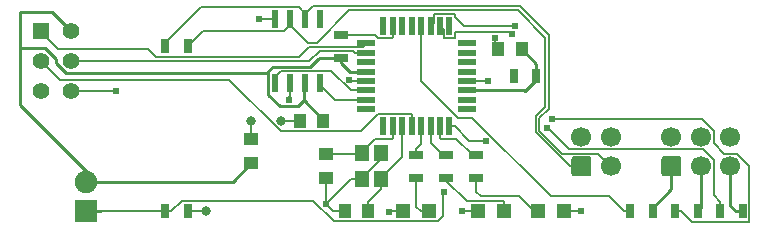
<source format=gtl>
G04 #@! TF.GenerationSoftware,KiCad,Pcbnew,(5.1.4-0-10_14)*
G04 #@! TF.CreationDate,2020-01-14T22:26:38-05:00*
G04 #@! TF.ProjectId,Steering,53746565-7269-46e6-972e-6b696361645f,rev?*
G04 #@! TF.SameCoordinates,Original*
G04 #@! TF.FileFunction,Copper,L1,Top*
G04 #@! TF.FilePolarity,Positive*
%FSLAX46Y46*%
G04 Gerber Fmt 4.6, Leading zero omitted, Abs format (unit mm)*
G04 Created by KiCad (PCBNEW (5.1.4-0-10_14)) date 2020-01-14 22:26:38*
%MOMM*%
%LPD*%
G04 APERTURE LIST*
%ADD10R,1.000000X1.250000*%
%ADD11R,1.250000X1.000000*%
%ADD12R,1.200000X1.200000*%
%ADD13R,1.900000X1.900000*%
%ADD14C,1.900000*%
%ADD15C,0.100000*%
%ADD16C,1.700000*%
%ADD17R,1.400000X1.400000*%
%ADD18C,1.400000*%
%ADD19R,0.700000X1.300000*%
%ADD20R,1.300000X0.700000*%
%ADD21R,0.600000X1.550000*%
%ADD22R,1.600000X0.550000*%
%ADD23R,0.550000X1.600000*%
%ADD24R,1.200000X1.400000*%
%ADD25C,0.800000*%
%ADD26C,0.609600*%
%ADD27C,0.152400*%
%ADD28C,0.254000*%
%ADD29C,0.240000*%
%ADD30C,0.250000*%
G04 APERTURE END LIST*
D10*
X120380000Y-48260000D03*
X118380000Y-48260000D03*
D11*
X114300000Y-49800000D03*
X114300000Y-51800000D03*
D10*
X137194800Y-42164000D03*
X135194800Y-42164000D03*
X124190000Y-55880000D03*
X122190000Y-55880000D03*
D11*
X120650000Y-53070000D03*
X120650000Y-51070000D03*
D12*
X140800000Y-55880000D03*
X138600000Y-55880000D03*
X135720000Y-55880000D03*
X133520000Y-55880000D03*
X129370000Y-55880000D03*
X127170000Y-55880000D03*
D13*
X100330000Y-55880000D03*
D14*
X100330000Y-53380000D03*
D15*
G36*
X142864504Y-51221204D02*
G01*
X142888773Y-51224804D01*
X142912571Y-51230765D01*
X142935671Y-51239030D01*
X142957849Y-51249520D01*
X142978893Y-51262133D01*
X142998598Y-51276747D01*
X143016777Y-51293223D01*
X143033253Y-51311402D01*
X143047867Y-51331107D01*
X143060480Y-51352151D01*
X143070970Y-51374329D01*
X143079235Y-51397429D01*
X143085196Y-51421227D01*
X143088796Y-51445496D01*
X143090000Y-51470000D01*
X143090000Y-52670000D01*
X143088796Y-52694504D01*
X143085196Y-52718773D01*
X143079235Y-52742571D01*
X143070970Y-52765671D01*
X143060480Y-52787849D01*
X143047867Y-52808893D01*
X143033253Y-52828598D01*
X143016777Y-52846777D01*
X142998598Y-52863253D01*
X142978893Y-52877867D01*
X142957849Y-52890480D01*
X142935671Y-52900970D01*
X142912571Y-52909235D01*
X142888773Y-52915196D01*
X142864504Y-52918796D01*
X142840000Y-52920000D01*
X141640000Y-52920000D01*
X141615496Y-52918796D01*
X141591227Y-52915196D01*
X141567429Y-52909235D01*
X141544329Y-52900970D01*
X141522151Y-52890480D01*
X141501107Y-52877867D01*
X141481402Y-52863253D01*
X141463223Y-52846777D01*
X141446747Y-52828598D01*
X141432133Y-52808893D01*
X141419520Y-52787849D01*
X141409030Y-52765671D01*
X141400765Y-52742571D01*
X141394804Y-52718773D01*
X141391204Y-52694504D01*
X141390000Y-52670000D01*
X141390000Y-51470000D01*
X141391204Y-51445496D01*
X141394804Y-51421227D01*
X141400765Y-51397429D01*
X141409030Y-51374329D01*
X141419520Y-51352151D01*
X141432133Y-51331107D01*
X141446747Y-51311402D01*
X141463223Y-51293223D01*
X141481402Y-51276747D01*
X141501107Y-51262133D01*
X141522151Y-51249520D01*
X141544329Y-51239030D01*
X141567429Y-51230765D01*
X141591227Y-51224804D01*
X141615496Y-51221204D01*
X141640000Y-51220000D01*
X142840000Y-51220000D01*
X142864504Y-51221204D01*
X142864504Y-51221204D01*
G37*
D16*
X142240000Y-52070000D03*
X144740000Y-52070000D03*
X142240000Y-49570000D03*
X144740000Y-49570000D03*
D15*
G36*
X150484504Y-51221204D02*
G01*
X150508773Y-51224804D01*
X150532571Y-51230765D01*
X150555671Y-51239030D01*
X150577849Y-51249520D01*
X150598893Y-51262133D01*
X150618598Y-51276747D01*
X150636777Y-51293223D01*
X150653253Y-51311402D01*
X150667867Y-51331107D01*
X150680480Y-51352151D01*
X150690970Y-51374329D01*
X150699235Y-51397429D01*
X150705196Y-51421227D01*
X150708796Y-51445496D01*
X150710000Y-51470000D01*
X150710000Y-52670000D01*
X150708796Y-52694504D01*
X150705196Y-52718773D01*
X150699235Y-52742571D01*
X150690970Y-52765671D01*
X150680480Y-52787849D01*
X150667867Y-52808893D01*
X150653253Y-52828598D01*
X150636777Y-52846777D01*
X150618598Y-52863253D01*
X150598893Y-52877867D01*
X150577849Y-52890480D01*
X150555671Y-52900970D01*
X150532571Y-52909235D01*
X150508773Y-52915196D01*
X150484504Y-52918796D01*
X150460000Y-52920000D01*
X149260000Y-52920000D01*
X149235496Y-52918796D01*
X149211227Y-52915196D01*
X149187429Y-52909235D01*
X149164329Y-52900970D01*
X149142151Y-52890480D01*
X149121107Y-52877867D01*
X149101402Y-52863253D01*
X149083223Y-52846777D01*
X149066747Y-52828598D01*
X149052133Y-52808893D01*
X149039520Y-52787849D01*
X149029030Y-52765671D01*
X149020765Y-52742571D01*
X149014804Y-52718773D01*
X149011204Y-52694504D01*
X149010000Y-52670000D01*
X149010000Y-51470000D01*
X149011204Y-51445496D01*
X149014804Y-51421227D01*
X149020765Y-51397429D01*
X149029030Y-51374329D01*
X149039520Y-51352151D01*
X149052133Y-51331107D01*
X149066747Y-51311402D01*
X149083223Y-51293223D01*
X149101402Y-51276747D01*
X149121107Y-51262133D01*
X149142151Y-51249520D01*
X149164329Y-51239030D01*
X149187429Y-51230765D01*
X149211227Y-51224804D01*
X149235496Y-51221204D01*
X149260000Y-51220000D01*
X150460000Y-51220000D01*
X150484504Y-51221204D01*
X150484504Y-51221204D01*
G37*
D16*
X149860000Y-52070000D03*
X152360000Y-52070000D03*
X154860000Y-52070000D03*
X149860000Y-49570000D03*
X152360000Y-49570000D03*
X154860000Y-49570000D03*
D17*
X96520000Y-40640000D03*
D18*
X99060000Y-40640000D03*
X96520000Y-43180000D03*
X99060000Y-43180000D03*
X96520000Y-45720000D03*
X99060000Y-45720000D03*
D19*
X108900000Y-55880000D03*
X107000000Y-55880000D03*
X108900000Y-41910000D03*
X107000000Y-41910000D03*
X153990000Y-55880000D03*
X155890000Y-55880000D03*
D20*
X133350000Y-53020000D03*
X133350000Y-51120000D03*
D19*
X152080000Y-55880000D03*
X150180000Y-55880000D03*
D20*
X130810000Y-51120000D03*
X130810000Y-53020000D03*
X128270000Y-51120000D03*
X128270000Y-53020000D03*
D19*
X146370000Y-55880000D03*
X148270000Y-55880000D03*
X138430000Y-44450000D03*
X136530000Y-44450000D03*
D20*
X121920000Y-40960000D03*
X121920000Y-42860000D03*
D21*
X116306600Y-45016400D03*
X117576600Y-45016400D03*
X118846600Y-45016400D03*
X120116600Y-45016400D03*
X120116600Y-39616400D03*
X118846600Y-39616400D03*
X117576600Y-39616400D03*
X116306600Y-39616400D03*
D22*
X124020000Y-41650000D03*
X124020000Y-42450000D03*
X124020000Y-43250000D03*
X124020000Y-44050000D03*
X124020000Y-44850000D03*
X124020000Y-45650000D03*
X124020000Y-46450000D03*
X124020000Y-47250000D03*
D23*
X125470000Y-48700000D03*
X126270000Y-48700000D03*
X127070000Y-48700000D03*
X127870000Y-48700000D03*
X128670000Y-48700000D03*
X129470000Y-48700000D03*
X130270000Y-48700000D03*
X131070000Y-48700000D03*
D22*
X132520000Y-47250000D03*
X132520000Y-46450000D03*
X132520000Y-45650000D03*
X132520000Y-44850000D03*
X132520000Y-44050000D03*
X132520000Y-43250000D03*
X132520000Y-42450000D03*
X132520000Y-41650000D03*
D23*
X131070000Y-40200000D03*
X130270000Y-40200000D03*
X129470000Y-40200000D03*
X128670000Y-40200000D03*
X127870000Y-40200000D03*
X127070000Y-40200000D03*
X126270000Y-40200000D03*
X125470000Y-40200000D03*
D24*
X125260000Y-53170000D03*
X125260000Y-50970000D03*
X123660000Y-50970000D03*
X123660000Y-53170000D03*
D25*
X116840000Y-48260000D03*
X114300000Y-48260000D03*
X110490000Y-55880000D03*
D26*
X114960400Y-39624000D03*
X142189200Y-55880000D03*
X132130800Y-55880000D03*
X125933200Y-55930800D03*
X120599200Y-55270400D03*
X134315200Y-44856400D03*
X134920711Y-41224210D03*
X122601978Y-44784022D03*
X117500400Y-46431200D03*
X102870000Y-45732710D03*
X130606800Y-54254400D03*
X134137400Y-49911000D03*
X136340791Y-40898925D03*
X139356633Y-48805810D03*
X136601200Y-40182800D03*
X139725410Y-48056800D03*
D27*
X118846600Y-45943800D02*
X118846600Y-45016400D01*
D28*
X118745000Y-46500000D02*
X118745000Y-45537400D01*
X120380000Y-48135000D02*
X118745000Y-46500000D01*
D27*
X120380000Y-48260000D02*
X120380000Y-48135000D01*
X118846600Y-44541400D02*
X118846600Y-45016400D01*
D28*
X123067600Y-44050000D02*
X124020000Y-44050000D01*
X122607600Y-44050000D02*
X123067600Y-44050000D01*
X121920000Y-43362400D02*
X122607600Y-44050000D01*
X121920000Y-42860000D02*
X121920000Y-43362400D01*
D27*
X118846600Y-45016400D02*
X118846600Y-45491400D01*
D28*
X112720000Y-53380000D02*
X114300000Y-51800000D01*
X100330000Y-53380000D02*
X112720000Y-53380000D01*
X100355400Y-52565300D02*
X100355400Y-53354600D01*
X94689912Y-46899812D02*
X100355400Y-52565300D01*
X94691200Y-39014400D02*
X94689912Y-39015688D01*
X97434400Y-39014400D02*
X94691200Y-39014400D01*
X100355400Y-53354600D02*
X100330000Y-53380000D01*
X99060000Y-40640000D02*
X97434400Y-39014400D01*
D29*
X118236599Y-47008401D02*
X118745000Y-46500000D01*
X116733279Y-47008401D02*
X118236599Y-47008401D01*
X115734199Y-44023479D02*
X115734199Y-46009321D01*
X116093489Y-43664189D02*
X115734199Y-44023479D01*
X119289511Y-43664189D02*
X116093489Y-43664189D01*
X115734199Y-46009321D02*
X116733279Y-47008401D01*
X119956546Y-42997154D02*
X119289511Y-43664189D01*
D28*
X120093700Y-42860000D02*
X119956546Y-42997154D01*
X121920000Y-42860000D02*
X120093700Y-42860000D01*
X94689912Y-39015688D02*
X94689912Y-42038288D01*
X94689912Y-42038288D02*
X94689912Y-46899812D01*
D29*
X98593247Y-44152401D02*
X115605277Y-44152401D01*
X97792027Y-43012873D02*
X97792027Y-43351181D01*
X97792027Y-43351181D02*
X98593247Y-44152401D01*
X115605277Y-44152401D02*
X115734199Y-44023479D01*
X96817442Y-42038288D02*
X97792027Y-43012873D01*
X94689912Y-42038288D02*
X96817442Y-42038288D01*
D27*
X114300000Y-49800000D02*
X114300000Y-48260000D01*
X118380000Y-48260000D02*
X116840000Y-48260000D01*
D30*
X116840000Y-48260000D02*
X116840000Y-48260000D01*
X114300000Y-48260000D02*
X114300000Y-48260000D01*
D27*
X108900000Y-55880000D02*
X110490000Y-55880000D01*
X115854200Y-39616400D02*
X115846600Y-39624000D01*
X116306600Y-39616400D02*
X115854200Y-39616400D01*
X115846600Y-39624000D02*
X114960400Y-39624000D01*
X140800000Y-55880000D02*
X142189200Y-55880000D01*
X133520000Y-55880000D02*
X132130800Y-55880000D01*
X127170000Y-55880000D02*
X125984000Y-55880000D01*
X125984000Y-55880000D02*
X125933200Y-55930800D01*
X122190000Y-55880000D02*
X121537600Y-55880000D01*
X121537600Y-55880000D02*
X121208800Y-55880000D01*
X121208800Y-55880000D02*
X120599200Y-55270400D01*
X120650000Y-55219600D02*
X120599200Y-55270400D01*
X120650000Y-53070000D02*
X120650000Y-55219600D01*
X122699600Y-53170000D02*
X120599200Y-55270400D01*
X123660000Y-53170000D02*
X122699600Y-53170000D01*
X132520000Y-44850000D02*
X134308800Y-44850000D01*
X134308800Y-44850000D02*
X134315200Y-44856400D01*
X123660000Y-53070000D02*
X123660000Y-53170000D01*
X125260000Y-51470000D02*
X123660000Y-53070000D01*
X125260000Y-50970000D02*
X125260000Y-51470000D01*
X134920711Y-41788311D02*
X134920711Y-41655262D01*
X134920711Y-41655262D02*
X134920711Y-41224210D01*
X135194800Y-42062400D02*
X134920711Y-41788311D01*
X122667956Y-44850000D02*
X122601978Y-44784022D01*
X124020000Y-44850000D02*
X122667956Y-44850000D01*
X117500400Y-46126400D02*
X117500400Y-46329600D01*
X117525800Y-44864000D02*
X117525800Y-46101000D01*
X117525800Y-46101000D02*
X117500400Y-46126400D01*
X117500400Y-46329600D02*
X117500400Y-46431200D01*
X99060000Y-45720000D02*
X102857290Y-45720000D01*
X102857290Y-45720000D02*
X102870000Y-45732710D01*
D30*
X138430000Y-44750000D02*
X137460000Y-45720000D01*
X138430000Y-44450000D02*
X138430000Y-44750000D01*
X137390000Y-45650000D02*
X132520000Y-45650000D01*
X137460000Y-45720000D02*
X137390000Y-45650000D01*
X138430000Y-43399200D02*
X137194800Y-42164000D01*
X138430000Y-44450000D02*
X138430000Y-43399200D01*
D27*
X125260000Y-54032600D02*
X125260000Y-54022400D01*
X124190000Y-55102600D02*
X125260000Y-54032600D01*
X125260000Y-54022400D02*
X125260000Y-53170000D01*
X124190000Y-55880000D02*
X124190000Y-55102600D01*
X127070000Y-49652400D02*
X127070000Y-48700000D01*
X127070000Y-51260000D02*
X127070000Y-49652400D01*
X125260000Y-53070000D02*
X127070000Y-51260000D01*
X125260000Y-53170000D02*
X125260000Y-53070000D01*
X123560000Y-51070000D02*
X123660000Y-50970000D01*
X120650000Y-51070000D02*
X123560000Y-51070000D01*
X124801399Y-49728601D02*
X126193799Y-49728601D01*
X126270000Y-49652400D02*
X126270000Y-48700000D01*
X126193799Y-49728601D02*
X126270000Y-49652400D01*
X123660000Y-50870000D02*
X124801399Y-49728601D01*
X123660000Y-50970000D02*
X123660000Y-50870000D01*
X138226800Y-55880000D02*
X138600000Y-55880000D01*
X133705600Y-54610000D02*
X136956800Y-54610000D01*
X133350000Y-53020000D02*
X133350000Y-54254400D01*
X136956800Y-54610000D02*
X138226800Y-55880000D01*
X133350000Y-54254400D02*
X133705600Y-54610000D01*
X135720000Y-55127600D02*
X135720000Y-55880000D01*
X135643799Y-55051399D02*
X135720000Y-55127600D01*
X132534099Y-55051399D02*
X135643799Y-55051399D01*
X130810000Y-53327300D02*
X132534099Y-55051399D01*
X130810000Y-53020000D02*
X130810000Y-53327300D01*
X128617600Y-55880000D02*
X129370000Y-55880000D01*
X128270000Y-55532400D02*
X128617600Y-55880000D01*
X128270000Y-53020000D02*
X128270000Y-55532400D01*
D30*
X101530000Y-55880000D02*
X100330000Y-55880000D01*
D27*
X107000000Y-55880000D02*
X101530000Y-55880000D01*
X107502400Y-55880000D02*
X108381001Y-55001399D01*
X119540765Y-55001399D02*
X121272967Y-56733601D01*
X107000000Y-55880000D02*
X107502400Y-55880000D01*
X130127881Y-56733601D02*
X130556000Y-56305482D01*
X108381001Y-55001399D02*
X119540765Y-55001399D01*
X121272967Y-56733601D02*
X130127881Y-56733601D01*
X130556000Y-56305482D02*
X130556000Y-54305200D01*
X130556000Y-54305200D02*
X130606800Y-54254400D01*
X131070000Y-48700000D02*
X131497400Y-48700000D01*
X132708400Y-49911000D02*
X134137400Y-49911000D01*
X131497400Y-48700000D02*
X132708400Y-49911000D01*
X117043200Y-40624800D02*
X117576600Y-40091400D01*
X117043200Y-40640000D02*
X117043200Y-40624800D01*
X108900000Y-41910000D02*
X110170000Y-40640000D01*
X110170000Y-40640000D02*
X117043200Y-40640000D01*
X117576600Y-39616400D02*
X117576600Y-40091400D01*
X141290000Y-52070000D02*
X142240000Y-52070000D01*
X141273498Y-52070000D02*
X141290000Y-52070000D01*
X138379200Y-47840900D02*
X138379200Y-49175702D01*
X138379200Y-49175702D02*
X141273498Y-52070000D01*
X139192000Y-47028100D02*
X138379200Y-47840900D01*
X139192000Y-41173400D02*
X139192000Y-47028100D01*
X122601928Y-38866590D02*
X136885190Y-38866590D01*
X119826929Y-41641589D02*
X122601928Y-38866590D01*
X136885190Y-38866590D02*
X139192000Y-41173400D01*
X117576600Y-40091400D02*
X119126789Y-41641589D01*
X119126789Y-41641589D02*
X119826929Y-41641589D01*
D30*
X118846600Y-40091400D02*
X118846600Y-39616400D01*
D27*
X118317999Y-38612799D02*
X118846600Y-39141400D01*
X118846600Y-39141400D02*
X118846600Y-39616400D01*
X107000000Y-41610000D02*
X109997201Y-38612799D01*
X109997201Y-38612799D02*
X118317999Y-38612799D01*
X107000000Y-41910000D02*
X107000000Y-41610000D01*
X138684011Y-48022773D02*
X139496800Y-47209984D01*
X137007600Y-38506400D02*
X119481600Y-38506400D01*
X139496800Y-47209984D02*
X139496800Y-40995600D01*
X143661390Y-50991390D02*
X140625954Y-50991390D01*
X144740000Y-52070000D02*
X143661390Y-50991390D01*
X138684011Y-49049447D02*
X138684011Y-48022773D01*
X139496800Y-40995600D02*
X137007600Y-38506400D01*
X140625954Y-50991390D02*
X138684011Y-49049447D01*
X119481600Y-38506400D02*
X118846600Y-39141400D01*
D30*
X148270000Y-55580000D02*
X148270000Y-55880000D01*
X149860000Y-53990000D02*
X148270000Y-55580000D01*
X149860000Y-52070000D02*
X149860000Y-53990000D01*
X152360000Y-55600000D02*
X152080000Y-55880000D01*
X152360000Y-52070000D02*
X152360000Y-55600000D01*
X155290000Y-55880000D02*
X155890000Y-55880000D01*
X154860000Y-55450000D02*
X155290000Y-55880000D01*
X154860000Y-52070000D02*
X154860000Y-55450000D01*
D27*
X96520000Y-40741600D02*
X97942400Y-42164000D01*
X97942400Y-42164000D02*
X105562400Y-42164000D01*
X96520000Y-40640000D02*
X96520000Y-40741600D01*
X105562400Y-42164000D02*
X106187001Y-42788601D01*
X118322865Y-42788601D02*
X116113799Y-42788601D01*
X116113799Y-42788601D02*
X116215399Y-42788601D01*
X123723601Y-41946399D02*
X119165067Y-41946399D01*
X106187001Y-42788601D02*
X116113799Y-42788601D01*
X124020000Y-41650000D02*
X123723601Y-41946399D01*
X119165067Y-41946399D02*
X118322865Y-42788601D01*
X125012119Y-47671399D02*
X127793799Y-47671399D01*
X98614271Y-44791399D02*
X99505729Y-44791399D01*
X123569917Y-49113601D02*
X125012119Y-47671399D01*
X116763271Y-49113601D02*
X123569917Y-49113601D01*
X127870000Y-47747600D02*
X127870000Y-48700000D01*
X96520000Y-43180000D02*
X98132900Y-44792900D01*
X99507230Y-44792900D02*
X112442570Y-44792900D01*
X112442570Y-44792900D02*
X116763271Y-49113601D01*
X99505729Y-44791399D02*
X99507230Y-44792900D01*
X98612770Y-44792900D02*
X98614271Y-44791399D01*
X127793799Y-47671399D02*
X127870000Y-47747600D01*
X98132900Y-44792900D02*
X98612770Y-44792900D01*
X122898999Y-42281399D02*
X123067600Y-42450000D01*
X120095693Y-42281399D02*
X122898999Y-42281399D01*
X123067600Y-42450000D02*
X124020000Y-42450000D01*
X99060000Y-43180000D02*
X119197092Y-43180000D01*
X119197092Y-43180000D02*
X120095693Y-42281399D01*
X130270000Y-40201600D02*
X130270000Y-40200000D01*
X130566399Y-40497999D02*
X130270000Y-40201600D01*
X130566399Y-41182881D02*
X130566399Y-40497999D01*
X130612119Y-41228601D02*
X130566399Y-41182881D01*
X136296400Y-40854534D02*
X136296400Y-40690800D01*
X136296400Y-40690800D02*
X131573601Y-40690800D01*
X131573601Y-40690800D02*
X131573601Y-41182881D01*
X136340791Y-40898925D02*
X136296400Y-40854534D01*
X131573601Y-41182881D02*
X131527881Y-41228601D01*
X131527881Y-41228601D02*
X130612119Y-41228601D01*
X153990000Y-55077600D02*
X153438601Y-54526201D01*
X153438601Y-51552271D02*
X152534931Y-50648601D01*
X153438601Y-54526201D02*
X153438601Y-51552271D01*
X152534931Y-50648601D02*
X141199424Y-50648601D01*
X153990000Y-55880000D02*
X153990000Y-55077600D01*
X139661432Y-49110609D02*
X139356633Y-48805810D01*
X141199424Y-50648601D02*
X139661432Y-49110609D01*
X130270000Y-49652400D02*
X130270000Y-48700000D01*
X131658601Y-49728601D02*
X130346201Y-49728601D01*
X130346201Y-49728601D02*
X130270000Y-49652400D01*
X133050000Y-51120000D02*
X131658601Y-49728601D01*
X133350000Y-51120000D02*
X133050000Y-51120000D01*
X129766399Y-39217119D02*
X129766399Y-39903601D01*
X131573601Y-39217119D02*
X131527881Y-39171399D01*
X129812119Y-39171399D02*
X129766399Y-39217119D01*
X131527881Y-39171399D02*
X129812119Y-39171399D01*
X136601200Y-40182800D02*
X132284790Y-40182800D01*
X129766399Y-39903601D02*
X129470000Y-40200000D01*
X131573601Y-39471611D02*
X131573601Y-39217119D01*
X132284790Y-40182800D02*
X131573601Y-39471611D01*
X150682400Y-55880000D02*
X150180000Y-55880000D01*
X151561001Y-56758601D02*
X150682400Y-55880000D01*
X156468601Y-52082271D02*
X156468601Y-56712881D01*
X156422881Y-56758601D02*
X151561001Y-56758601D01*
X156468601Y-56712881D02*
X156422881Y-56758601D01*
X152443130Y-48056800D02*
X153438601Y-49052271D01*
X155377729Y-50991399D02*
X156468601Y-52082271D01*
X154342271Y-50991399D02*
X155377729Y-50991399D01*
X153438601Y-50087729D02*
X154342271Y-50991399D01*
X139725410Y-48056800D02*
X139738110Y-48069500D01*
X153438601Y-49052271D02*
X153438601Y-50087729D01*
X152430430Y-48069500D02*
X152443130Y-48056800D01*
X139738110Y-48069500D02*
X152430430Y-48069500D01*
X129470000Y-49652400D02*
X129470000Y-48700000D01*
X129470000Y-50080000D02*
X129470000Y-49652400D01*
X130510000Y-51120000D02*
X129470000Y-50080000D01*
X130810000Y-51120000D02*
X130510000Y-51120000D01*
X128670000Y-49652400D02*
X128670000Y-48700000D01*
X128670000Y-50217600D02*
X128670000Y-49652400D01*
X128270000Y-50617600D02*
X128670000Y-50217600D01*
X128270000Y-51120000D02*
X128270000Y-50617600D01*
X131764118Y-47980600D02*
X128670000Y-44886482D01*
X133009136Y-47980600D02*
X131764118Y-47980600D01*
X139651236Y-54622700D02*
X133009136Y-47980600D01*
X144610300Y-54622700D02*
X139651236Y-54622700D01*
X128670000Y-41152400D02*
X128670000Y-40200000D01*
X145867600Y-55880000D02*
X144610300Y-54622700D01*
X128670000Y-44886482D02*
X128670000Y-41152400D01*
X146370000Y-55880000D02*
X145867600Y-55880000D01*
X125012119Y-41228601D02*
X126193799Y-41228601D01*
X126270000Y-41152400D02*
X126270000Y-40200000D01*
X124743518Y-40960000D02*
X125012119Y-41228601D01*
X126193799Y-41228601D02*
X126270000Y-41152400D01*
X121920000Y-40960000D02*
X124743518Y-40960000D01*
X116306600Y-44541400D02*
X116306600Y-45016400D01*
X116835201Y-44012799D02*
X116306600Y-44541400D01*
X124020000Y-45650000D02*
X122713600Y-45650000D01*
X121076399Y-44012799D02*
X116835201Y-44012799D01*
X122713600Y-45650000D02*
X121076399Y-44012799D01*
X123067600Y-46450000D02*
X124020000Y-46450000D01*
X121380000Y-46450000D02*
X123067600Y-46450000D01*
X120015000Y-45085000D02*
X121380000Y-46450000D01*
X120116600Y-45016400D02*
X120116600Y-45491400D01*
M02*

</source>
